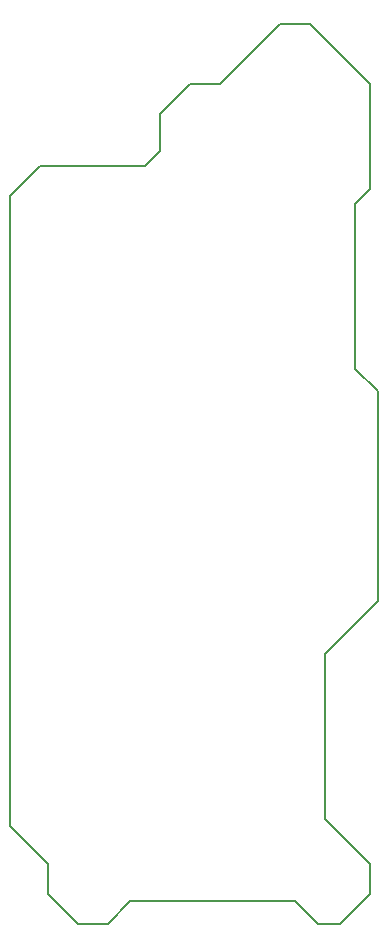
<source format=gbr>
G04 #@! TF.FileFunction,Profile,NP*
%FSLAX46Y46*%
G04 Gerber Fmt 4.6, Leading zero omitted, Abs format (unit mm)*
G04 Created by KiCad (PCBNEW 4.0.5) date Sunday 02 April 2017 12:36:44*
%MOMM*%
%LPD*%
G01*
G04 APERTURE LIST*
%ADD10C,0.100000*%
%ADD11C,0.150000*%
G04 APERTURE END LIST*
D10*
D11*
X-635000Y8255000D02*
X0Y7620000D01*
X-635000Y61595000D02*
X-635000Y8255000D01*
X1905000Y64135000D02*
X-635000Y61595000D01*
X10795000Y64135000D02*
X1905000Y64135000D01*
X12065000Y65405000D02*
X10795000Y64135000D01*
X12065000Y68580000D02*
X12065000Y65405000D01*
X14605000Y71120000D02*
X12065000Y68580000D01*
X17145000Y71120000D02*
X14605000Y71120000D01*
X22225000Y76200000D02*
X17145000Y71120000D01*
X24765000Y76200000D02*
X22225000Y76200000D01*
X29845000Y71120000D02*
X24765000Y76200000D01*
X29845000Y62230000D02*
X29845000Y71120000D01*
X28575000Y60960000D02*
X29845000Y62230000D01*
X28575000Y46990000D02*
X28575000Y60960000D01*
X30480000Y45085000D02*
X28575000Y46990000D01*
X30480000Y27305000D02*
X30480000Y45085000D01*
X26035000Y22860000D02*
X30480000Y27305000D01*
X26035000Y8890000D02*
X26035000Y22860000D01*
X29845000Y5080000D02*
X26035000Y8890000D01*
X29845000Y2540000D02*
X29845000Y5080000D01*
X27305000Y0D02*
X29845000Y2540000D01*
X25400000Y0D02*
X27305000Y0D01*
X23495000Y1905000D02*
X25400000Y0D01*
X9525000Y1905000D02*
X23495000Y1905000D01*
X7620000Y0D02*
X9525000Y1905000D01*
X5080000Y0D02*
X7620000Y0D01*
X2540000Y2540000D02*
X5080000Y0D01*
X2540000Y5080000D02*
X2540000Y2540000D01*
X0Y7620000D02*
X2540000Y5080000D01*
M02*

</source>
